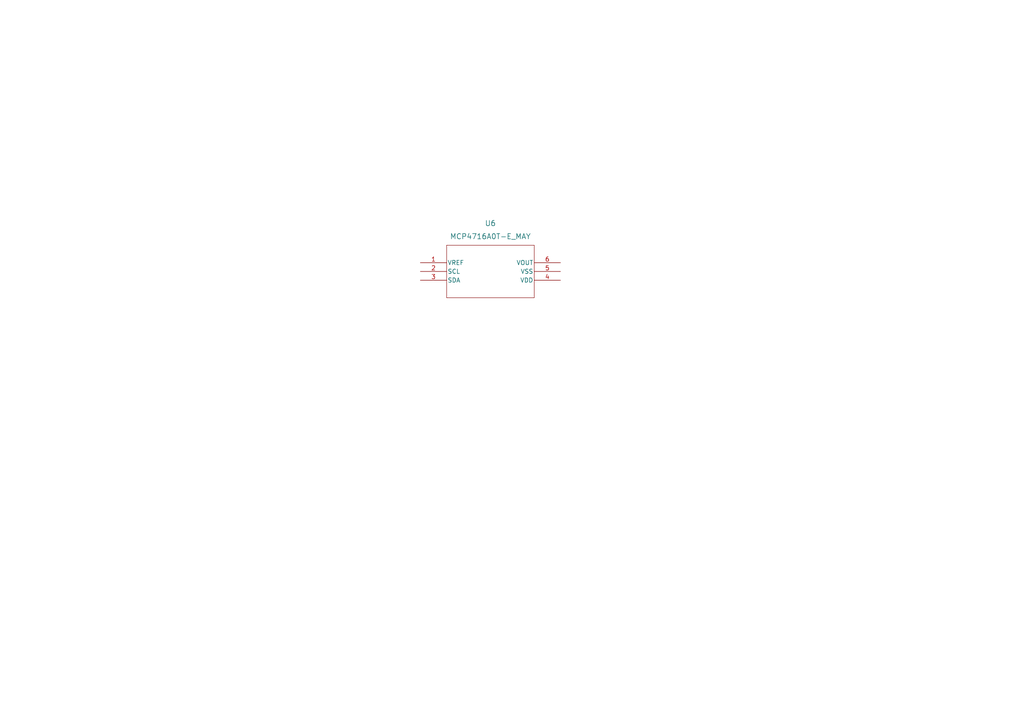
<source format=kicad_sch>
(kicad_sch (version 20230121) (generator eeschema)
  (paper "A4")
  (lib_symbols
    (symbol "2023-11-28_17-34-14:MCP4716A0T-E_MAY" (pin_names (offset 0.254))
      (property "Reference" "U" (at 20.32 10.16 0))
      (property "Value" "MCP4716A0T-E/MAY" (at 20.32 7.62 0))
      (symbol "MCP4716A0T-E_MAY_0_1"
        (polyline (pts (xy 7.62 -10.16) (xy 33.02 -10.16)) (stroke (width 0.127)))
        (polyline (pts (xy 7.62 5.08) (xy 7.62 -10.16)) (stroke (width 0.127)))
        (polyline (pts (xy 33.02 -10.16) (xy 33.02 5.08)) (stroke (width 0.127)))
        (polyline (pts (xy 33.02 5.08) (xy 7.62 5.08)) (stroke (width 0.127)))
        (pin power_in line (at 0 0 0) (length 7.62) (name "VREF") (number "1"))
        (pin input line (at 0 -2.54 0) (length 7.62) (name "SCL") (number "2"))
        (pin bidirectional line (at 0 -5.08 0) (length 7.62) (name "SDA") (number "3"))
        (pin power_in line (at 40.64 -5.08 180) (length 7.62) (name "VDD") (number "4"))
        (pin power_in line (at 40.64 -2.54 180) (length 7.62) (name "VSS") (number "5"))
        (pin output line (at 40.64 0 180) (length 7.62) (name "VOUT") (number "6"))
      )
    )
  )
  (symbol (lib_id "2023-11-28_17-34-14:MCP4716A0T-E_MAY") (at 121.92 76.2 0) (unit 1)
    (property "Reference" "U6" (at 142.24 64.77 0) (effects (font (size 1.524 1.524))))
    (property "Value" "MCP4716A0T-E_MAY" (at 142.24 68.58 0) (effects (font (size 1.524 1.524))))
    (property "Footprint" "Package_TO_SOT_SMD:SOT-23-6" (effects hide))
    (property "Datasheet" "MCP4716A0T-E/MAY" (effects hide))
  )
)
</source>
